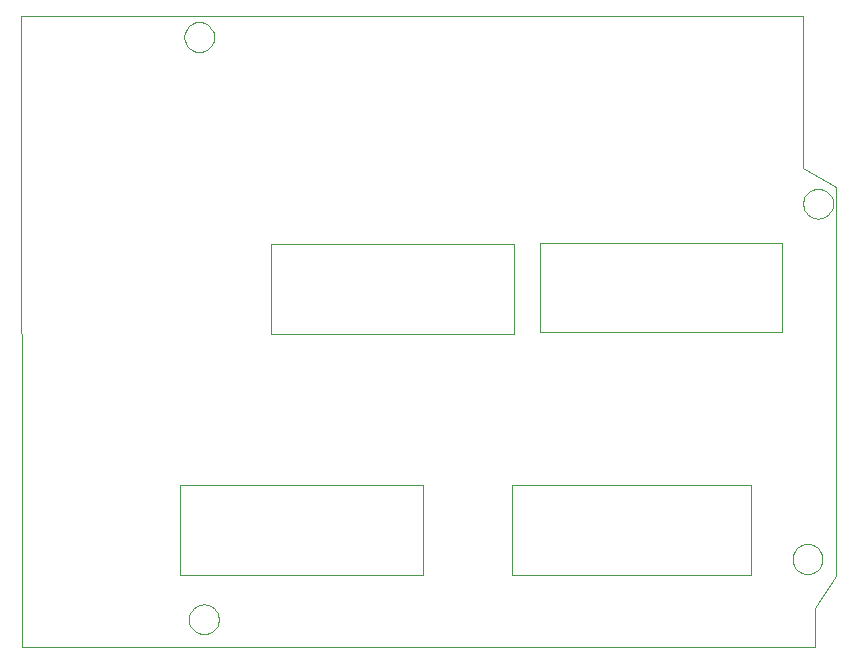
<source format=gbr>
G04 PROTEUS GERBER X2 FILE*
%TF.GenerationSoftware,Labcenter,Proteus,8.17-SP5-Build39395*%
%TF.CreationDate,2026-01-10T11:00:32+00:00*%
%TF.FileFunction,Legend,Bot*%
%TF.FilePolarity,Positive*%
%TF.Part,Single*%
%TF.SameCoordinates,{bf2e7aaa-9c56-4ce5-bc4f-43878dba84a3}*%
%FSLAX45Y45*%
%MOMM*%
G01*
%TA.AperFunction,NonMaterial*%
%ADD54C,0.101600*%
%TA.AperFunction,Profile*%
%ADD51C,0.101600*%
%TD.AperFunction*%
D54*
X-2670000Y+5180000D02*
X-620000Y+5180000D01*
X-620000Y+5934685D01*
X-2670000Y+5934685D01*
X-2670000Y+5180000D01*
X+140000Y+5180000D02*
X+2160000Y+5180000D01*
X+2160000Y+5934685D01*
X+140000Y+5934685D01*
X+140000Y+5180000D01*
X+370000Y+7230000D02*
X+2420000Y+7230000D01*
X+2420000Y+7984685D01*
X+370000Y+7984685D01*
X+370000Y+7230000D01*
X-1900000Y+7220000D02*
X+150000Y+7220000D01*
X+150000Y+7974685D01*
X-1900000Y+7974685D01*
X-1900000Y+7220000D01*
D51*
X+2700000Y+4900000D02*
X+2880000Y+5170000D01*
X+2700000Y+4570000D02*
X-4010000Y+4570000D01*
X-4020000Y+9910000D01*
X+2600000Y+9910000D01*
X+2600000Y+8620000D01*
X+2880000Y+8460000D01*
X+2880000Y+5170000D01*
X-2384640Y+9730249D02*
X-2385066Y+9740627D01*
X-2388528Y+9761385D01*
X-2395763Y+9782143D01*
X-2407557Y+9802901D01*
X-2425602Y+9823498D01*
X-2446360Y+9838972D01*
X-2467118Y+9848925D01*
X-2487876Y+9854691D01*
X-2508634Y+9856842D01*
X-2511260Y+9856869D01*
X-2637880Y+9730249D02*
X-2637454Y+9740627D01*
X-2633992Y+9761385D01*
X-2626757Y+9782143D01*
X-2614963Y+9802901D01*
X-2596918Y+9823498D01*
X-2576160Y+9838972D01*
X-2555402Y+9848925D01*
X-2534644Y+9854691D01*
X-2513886Y+9856842D01*
X-2511260Y+9856869D01*
X-2637880Y+9730249D02*
X-2637454Y+9719871D01*
X-2633992Y+9699113D01*
X-2626757Y+9678355D01*
X-2614963Y+9657597D01*
X-2596918Y+9637000D01*
X-2576160Y+9621526D01*
X-2555402Y+9611573D01*
X-2534644Y+9605807D01*
X-2513886Y+9603656D01*
X-2511260Y+9603629D01*
X-2384640Y+9730249D02*
X-2385066Y+9719871D01*
X-2388528Y+9699113D01*
X-2395763Y+9678355D01*
X-2407557Y+9657597D01*
X-2425602Y+9637000D01*
X-2446360Y+9621526D01*
X-2467118Y+9611573D01*
X-2487876Y+9605807D01*
X-2508634Y+9603656D01*
X-2511260Y+9603629D01*
X+2765360Y+5310249D02*
X+2764934Y+5320627D01*
X+2761472Y+5341385D01*
X+2754237Y+5362143D01*
X+2742443Y+5382901D01*
X+2724398Y+5403498D01*
X+2703640Y+5418972D01*
X+2682882Y+5428925D01*
X+2662124Y+5434691D01*
X+2641366Y+5436842D01*
X+2638740Y+5436869D01*
X+2512120Y+5310249D02*
X+2512546Y+5320627D01*
X+2516008Y+5341385D01*
X+2523243Y+5362143D01*
X+2535037Y+5382901D01*
X+2553082Y+5403498D01*
X+2573840Y+5418972D01*
X+2594598Y+5428925D01*
X+2615356Y+5434691D01*
X+2636114Y+5436842D01*
X+2638740Y+5436869D01*
X+2512120Y+5310249D02*
X+2512546Y+5299871D01*
X+2516008Y+5279113D01*
X+2523243Y+5258355D01*
X+2535037Y+5237597D01*
X+2553082Y+5217000D01*
X+2573840Y+5201526D01*
X+2594598Y+5191573D01*
X+2615356Y+5185807D01*
X+2636114Y+5183656D01*
X+2638740Y+5183629D01*
X+2765360Y+5310249D02*
X+2764934Y+5299871D01*
X+2761472Y+5279113D01*
X+2754237Y+5258355D01*
X+2742443Y+5237597D01*
X+2724398Y+5217000D01*
X+2703640Y+5201526D01*
X+2682882Y+5191573D01*
X+2662124Y+5185807D01*
X+2641366Y+5183656D01*
X+2638740Y+5183629D01*
X-2344640Y+4800249D02*
X-2345066Y+4810627D01*
X-2348528Y+4831385D01*
X-2355763Y+4852143D01*
X-2367557Y+4872901D01*
X-2385602Y+4893498D01*
X-2406360Y+4908972D01*
X-2427118Y+4918925D01*
X-2447876Y+4924691D01*
X-2468634Y+4926842D01*
X-2471260Y+4926869D01*
X-2597880Y+4800249D02*
X-2597454Y+4810627D01*
X-2593992Y+4831385D01*
X-2586757Y+4852143D01*
X-2574963Y+4872901D01*
X-2556918Y+4893498D01*
X-2536160Y+4908972D01*
X-2515402Y+4918925D01*
X-2494644Y+4924691D01*
X-2473886Y+4926842D01*
X-2471260Y+4926869D01*
X-2597880Y+4800249D02*
X-2597454Y+4789871D01*
X-2593992Y+4769113D01*
X-2586757Y+4748355D01*
X-2574963Y+4727597D01*
X-2556918Y+4707000D01*
X-2536160Y+4691526D01*
X-2515402Y+4681573D01*
X-2494644Y+4675807D01*
X-2473886Y+4673656D01*
X-2471260Y+4673629D01*
X-2344640Y+4800249D02*
X-2345066Y+4789871D01*
X-2348528Y+4769113D01*
X-2355763Y+4748355D01*
X-2367557Y+4727597D01*
X-2385602Y+4707000D01*
X-2406360Y+4691526D01*
X-2427118Y+4681573D01*
X-2447876Y+4675807D01*
X-2468634Y+4673656D01*
X-2471260Y+4673629D01*
X+2855396Y+8320499D02*
X+2854970Y+8330877D01*
X+2851508Y+8351635D01*
X+2844273Y+8372393D01*
X+2832479Y+8393151D01*
X+2814434Y+8413748D01*
X+2793676Y+8429222D01*
X+2772918Y+8439175D01*
X+2752160Y+8444941D01*
X+2731402Y+8447092D01*
X+2728776Y+8447119D01*
X+2602156Y+8320499D02*
X+2602582Y+8330877D01*
X+2606044Y+8351635D01*
X+2613279Y+8372393D01*
X+2625073Y+8393151D01*
X+2643118Y+8413748D01*
X+2663876Y+8429222D01*
X+2684634Y+8439175D01*
X+2705392Y+8444941D01*
X+2726150Y+8447092D01*
X+2728776Y+8447119D01*
X+2602156Y+8320499D02*
X+2602582Y+8310121D01*
X+2606044Y+8289363D01*
X+2613279Y+8268605D01*
X+2625073Y+8247847D01*
X+2643118Y+8227250D01*
X+2663876Y+8211776D01*
X+2684634Y+8201823D01*
X+2705392Y+8196057D01*
X+2726150Y+8193906D01*
X+2728776Y+8193879D01*
X+2855396Y+8320499D02*
X+2854970Y+8310121D01*
X+2851508Y+8289363D01*
X+2844273Y+8268605D01*
X+2832479Y+8247847D01*
X+2814434Y+8227250D01*
X+2793676Y+8211776D01*
X+2772918Y+8201823D01*
X+2752160Y+8196057D01*
X+2731402Y+8193906D01*
X+2728776Y+8193879D01*
X+2700000Y+4900000D02*
X+2700000Y+4570000D01*
M02*

</source>
